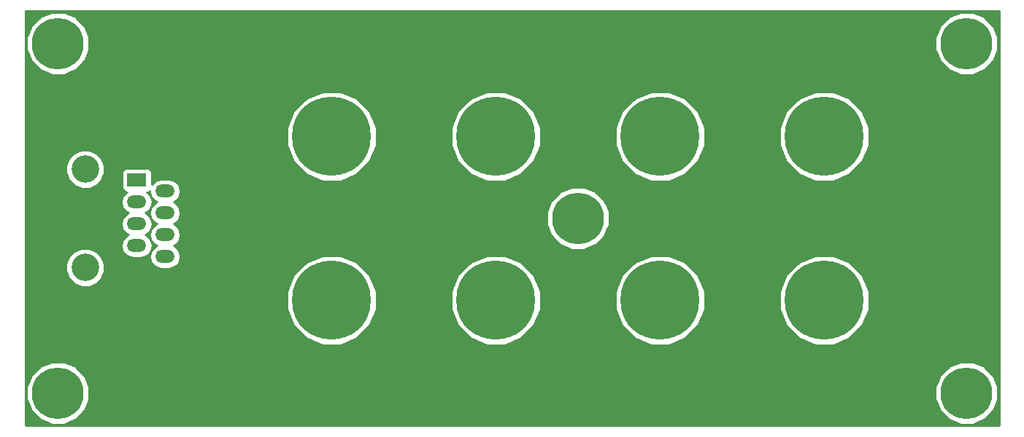
<source format=gbl>
G04 (created by PCBNEW (2013-07-07 BZR 4022)-stable) date 6/30/2014 12:53:30 AM*
%MOIN*%
G04 Gerber Fmt 3.4, Leading zero omitted, Abs format*
%FSLAX34Y34*%
G01*
G70*
G90*
G04 APERTURE LIST*
%ADD10C,0.00590551*%
%ADD11C,0.23622*%
%ADD12C,0.36*%
%ADD13R,0.0885X0.059*%
%ADD14O,0.0885X0.059*%
%ADD15C,0.125984*%
%ADD16C,0.01*%
G04 APERTURE END LIST*
G54D10*
G54D11*
X52250Y-43750D03*
X52250Y-59750D03*
X93750Y-43750D03*
X93750Y-59750D03*
G54D12*
X64750Y-48000D03*
X64750Y-55500D03*
X72250Y-48000D03*
X72250Y-55500D03*
X79750Y-48000D03*
X79750Y-55500D03*
X87250Y-48000D03*
X87250Y-55500D03*
G54D13*
X55852Y-50000D03*
G54D14*
X55852Y-51000D03*
X57147Y-50500D03*
X57147Y-51500D03*
G54D15*
X53500Y-54000D03*
X53500Y-49500D03*
G54D14*
X57147Y-52500D03*
X55852Y-52000D03*
X55852Y-53000D03*
X57147Y-53500D03*
G54D11*
X76000Y-51750D03*
G54D10*
G36*
X95230Y-61230D02*
X95182Y-61230D01*
X95182Y-59472D01*
X95182Y-43472D01*
X95181Y-43469D01*
X95181Y-43466D01*
X95073Y-43206D01*
X94967Y-42945D01*
X94963Y-42940D01*
X94963Y-42940D01*
X94963Y-42940D01*
X94959Y-42933D01*
X94950Y-42927D01*
X94570Y-42546D01*
X94566Y-42540D01*
X94563Y-42539D01*
X94561Y-42537D01*
X94301Y-42429D01*
X94041Y-42320D01*
X94038Y-42320D01*
X94035Y-42319D01*
X93754Y-42318D01*
X93472Y-42317D01*
X93469Y-42318D01*
X93466Y-42318D01*
X93206Y-42426D01*
X92945Y-42532D01*
X92940Y-42536D01*
X92940Y-42536D01*
X92940Y-42536D01*
X92933Y-42540D01*
X92927Y-42549D01*
X92546Y-42929D01*
X92540Y-42933D01*
X92539Y-42936D01*
X92537Y-42938D01*
X92429Y-43198D01*
X92320Y-43458D01*
X92320Y-43461D01*
X92319Y-43464D01*
X92318Y-43745D01*
X92317Y-44027D01*
X92318Y-44030D01*
X92318Y-44033D01*
X92426Y-44293D01*
X92532Y-44554D01*
X92536Y-44559D01*
X92536Y-44559D01*
X92536Y-44559D01*
X92540Y-44566D01*
X92549Y-44572D01*
X92929Y-44953D01*
X92933Y-44959D01*
X92936Y-44960D01*
X92938Y-44962D01*
X93198Y-45070D01*
X93458Y-45179D01*
X93461Y-45179D01*
X93464Y-45180D01*
X93745Y-45181D01*
X94027Y-45182D01*
X94030Y-45181D01*
X94033Y-45181D01*
X94293Y-45073D01*
X94554Y-44967D01*
X94559Y-44963D01*
X94559Y-44963D01*
X94559Y-44963D01*
X94566Y-44959D01*
X94572Y-44950D01*
X94953Y-44570D01*
X94959Y-44566D01*
X94960Y-44563D01*
X94962Y-44561D01*
X95070Y-44301D01*
X95179Y-44041D01*
X95179Y-44038D01*
X95180Y-44035D01*
X95181Y-43754D01*
X95182Y-43472D01*
X95182Y-59472D01*
X95181Y-59469D01*
X95181Y-59466D01*
X95073Y-59206D01*
X94967Y-58945D01*
X94963Y-58940D01*
X94963Y-58940D01*
X94963Y-58940D01*
X94959Y-58933D01*
X94950Y-58927D01*
X94570Y-58546D01*
X94566Y-58540D01*
X94563Y-58539D01*
X94561Y-58537D01*
X94301Y-58429D01*
X94041Y-58320D01*
X94038Y-58320D01*
X94035Y-58319D01*
X93754Y-58318D01*
X93472Y-58317D01*
X93469Y-58318D01*
X93466Y-58318D01*
X93206Y-58426D01*
X92945Y-58532D01*
X92940Y-58536D01*
X92940Y-58536D01*
X92940Y-58536D01*
X92933Y-58540D01*
X92927Y-58549D01*
X92546Y-58929D01*
X92540Y-58933D01*
X92539Y-58936D01*
X92537Y-58938D01*
X92429Y-59198D01*
X92320Y-59458D01*
X92320Y-59461D01*
X92319Y-59464D01*
X92318Y-59745D01*
X92317Y-60027D01*
X92318Y-60030D01*
X92318Y-60033D01*
X92426Y-60293D01*
X92532Y-60554D01*
X92536Y-60559D01*
X92536Y-60559D01*
X92536Y-60559D01*
X92540Y-60566D01*
X92549Y-60572D01*
X92929Y-60953D01*
X92933Y-60959D01*
X92936Y-60960D01*
X92938Y-60962D01*
X93198Y-61070D01*
X93458Y-61179D01*
X93461Y-61179D01*
X93464Y-61180D01*
X93745Y-61181D01*
X94027Y-61182D01*
X94030Y-61181D01*
X94033Y-61181D01*
X94293Y-61073D01*
X94554Y-60967D01*
X94559Y-60963D01*
X94559Y-60963D01*
X94559Y-60963D01*
X94566Y-60959D01*
X94572Y-60950D01*
X94953Y-60570D01*
X94959Y-60566D01*
X94960Y-60563D01*
X94962Y-60561D01*
X95070Y-60301D01*
X95179Y-60041D01*
X95179Y-60038D01*
X95180Y-60035D01*
X95181Y-59754D01*
X95182Y-59472D01*
X95182Y-61230D01*
X89300Y-61230D01*
X89300Y-55094D01*
X89300Y-47594D01*
X88988Y-46840D01*
X88412Y-46263D01*
X87659Y-45950D01*
X86844Y-45949D01*
X86090Y-46261D01*
X85513Y-46837D01*
X85200Y-47590D01*
X85199Y-48405D01*
X85511Y-49159D01*
X86087Y-49736D01*
X86840Y-50049D01*
X87655Y-50050D01*
X88409Y-49738D01*
X88986Y-49162D01*
X89299Y-48409D01*
X89300Y-47594D01*
X89300Y-55094D01*
X88988Y-54340D01*
X88412Y-53763D01*
X87659Y-53450D01*
X86844Y-53449D01*
X86090Y-53761D01*
X85513Y-54337D01*
X85200Y-55090D01*
X85199Y-55905D01*
X85511Y-56659D01*
X86087Y-57236D01*
X86840Y-57549D01*
X87655Y-57550D01*
X88409Y-57238D01*
X88986Y-56662D01*
X89299Y-55909D01*
X89300Y-55094D01*
X89300Y-61230D01*
X81800Y-61230D01*
X81800Y-55094D01*
X81800Y-47594D01*
X81488Y-46840D01*
X80912Y-46263D01*
X80159Y-45950D01*
X79344Y-45949D01*
X78590Y-46261D01*
X78013Y-46837D01*
X77700Y-47590D01*
X77699Y-48405D01*
X78011Y-49159D01*
X78587Y-49736D01*
X79340Y-50049D01*
X80155Y-50050D01*
X80909Y-49738D01*
X81486Y-49162D01*
X81799Y-48409D01*
X81800Y-47594D01*
X81800Y-55094D01*
X81488Y-54340D01*
X80912Y-53763D01*
X80159Y-53450D01*
X79344Y-53449D01*
X78590Y-53761D01*
X78013Y-54337D01*
X77700Y-55090D01*
X77699Y-55905D01*
X78011Y-56659D01*
X78587Y-57236D01*
X79340Y-57549D01*
X80155Y-57550D01*
X80909Y-57238D01*
X81486Y-56662D01*
X81799Y-55909D01*
X81800Y-55094D01*
X81800Y-61230D01*
X77432Y-61230D01*
X77432Y-51472D01*
X77431Y-51469D01*
X77431Y-51466D01*
X77323Y-51206D01*
X77217Y-50945D01*
X77213Y-50940D01*
X77213Y-50940D01*
X77213Y-50940D01*
X77209Y-50933D01*
X77200Y-50927D01*
X76820Y-50546D01*
X76816Y-50540D01*
X76813Y-50539D01*
X76811Y-50537D01*
X76551Y-50429D01*
X76291Y-50320D01*
X76288Y-50320D01*
X76285Y-50319D01*
X76004Y-50318D01*
X75722Y-50317D01*
X75719Y-50318D01*
X75716Y-50318D01*
X75456Y-50426D01*
X75195Y-50532D01*
X75190Y-50536D01*
X75190Y-50536D01*
X75190Y-50536D01*
X75183Y-50540D01*
X75177Y-50549D01*
X74796Y-50929D01*
X74790Y-50933D01*
X74789Y-50936D01*
X74787Y-50938D01*
X74679Y-51198D01*
X74570Y-51458D01*
X74570Y-51461D01*
X74569Y-51464D01*
X74568Y-51745D01*
X74567Y-52027D01*
X74568Y-52030D01*
X74568Y-52033D01*
X74676Y-52293D01*
X74782Y-52554D01*
X74786Y-52559D01*
X74786Y-52559D01*
X74786Y-52559D01*
X74790Y-52566D01*
X74799Y-52572D01*
X75179Y-52953D01*
X75183Y-52959D01*
X75186Y-52960D01*
X75188Y-52962D01*
X75448Y-53070D01*
X75708Y-53179D01*
X75711Y-53179D01*
X75714Y-53180D01*
X75995Y-53181D01*
X76277Y-53182D01*
X76280Y-53181D01*
X76283Y-53181D01*
X76543Y-53073D01*
X76804Y-52967D01*
X76809Y-52963D01*
X76809Y-52963D01*
X76809Y-52963D01*
X76816Y-52959D01*
X76822Y-52950D01*
X77203Y-52570D01*
X77209Y-52566D01*
X77210Y-52563D01*
X77212Y-52561D01*
X77320Y-52301D01*
X77429Y-52041D01*
X77429Y-52038D01*
X77430Y-52035D01*
X77431Y-51754D01*
X77432Y-51472D01*
X77432Y-61230D01*
X74300Y-61230D01*
X74300Y-55094D01*
X74300Y-47594D01*
X73988Y-46840D01*
X73412Y-46263D01*
X72659Y-45950D01*
X71844Y-45949D01*
X71090Y-46261D01*
X70513Y-46837D01*
X70200Y-47590D01*
X70199Y-48405D01*
X70511Y-49159D01*
X71087Y-49736D01*
X71840Y-50049D01*
X72655Y-50050D01*
X73409Y-49738D01*
X73986Y-49162D01*
X74299Y-48409D01*
X74300Y-47594D01*
X74300Y-55094D01*
X73988Y-54340D01*
X73412Y-53763D01*
X72659Y-53450D01*
X71844Y-53449D01*
X71090Y-53761D01*
X70513Y-54337D01*
X70200Y-55090D01*
X70199Y-55905D01*
X70511Y-56659D01*
X71087Y-57236D01*
X71840Y-57549D01*
X72655Y-57550D01*
X73409Y-57238D01*
X73986Y-56662D01*
X74299Y-55909D01*
X74300Y-55094D01*
X74300Y-61230D01*
X66800Y-61230D01*
X66800Y-55094D01*
X66800Y-47594D01*
X66488Y-46840D01*
X65912Y-46263D01*
X65159Y-45950D01*
X64344Y-45949D01*
X63590Y-46261D01*
X63013Y-46837D01*
X62700Y-47590D01*
X62699Y-48405D01*
X63011Y-49159D01*
X63587Y-49736D01*
X64340Y-50049D01*
X65155Y-50050D01*
X65909Y-49738D01*
X66486Y-49162D01*
X66799Y-48409D01*
X66800Y-47594D01*
X66800Y-55094D01*
X66488Y-54340D01*
X65912Y-53763D01*
X65159Y-53450D01*
X64344Y-53449D01*
X63590Y-53761D01*
X63013Y-54337D01*
X62700Y-55090D01*
X62699Y-55905D01*
X63011Y-56659D01*
X63587Y-57236D01*
X64340Y-57549D01*
X65155Y-57550D01*
X65909Y-57238D01*
X66486Y-56662D01*
X66799Y-55909D01*
X66800Y-55094D01*
X66800Y-61230D01*
X57853Y-61230D01*
X57853Y-53500D01*
X57812Y-53291D01*
X57693Y-53114D01*
X57522Y-53000D01*
X57693Y-52885D01*
X57812Y-52708D01*
X57853Y-52500D01*
X57812Y-52291D01*
X57693Y-52114D01*
X57522Y-52000D01*
X57693Y-51885D01*
X57812Y-51708D01*
X57853Y-51500D01*
X57812Y-51291D01*
X57693Y-51114D01*
X57522Y-51000D01*
X57693Y-50885D01*
X57812Y-50708D01*
X57853Y-50500D01*
X57812Y-50291D01*
X57693Y-50114D01*
X57517Y-49996D01*
X57308Y-49955D01*
X56986Y-49955D01*
X56777Y-49996D01*
X56601Y-50114D01*
X56545Y-50198D01*
X56545Y-49655D01*
X56507Y-49563D01*
X56436Y-49493D01*
X56344Y-49455D01*
X56245Y-49454D01*
X55360Y-49454D01*
X55268Y-49492D01*
X55198Y-49563D01*
X55160Y-49655D01*
X55159Y-49754D01*
X55159Y-50344D01*
X55197Y-50436D01*
X55268Y-50506D01*
X55360Y-50544D01*
X55410Y-50545D01*
X55306Y-50614D01*
X55187Y-50791D01*
X55146Y-51000D01*
X55187Y-51208D01*
X55306Y-51385D01*
X55477Y-51500D01*
X55306Y-51614D01*
X55187Y-51791D01*
X55146Y-52000D01*
X55187Y-52208D01*
X55306Y-52385D01*
X55477Y-52500D01*
X55306Y-52614D01*
X55187Y-52791D01*
X55146Y-53000D01*
X55187Y-53208D01*
X55306Y-53385D01*
X55482Y-53503D01*
X55691Y-53545D01*
X56013Y-53545D01*
X56222Y-53503D01*
X56398Y-53385D01*
X56517Y-53208D01*
X56558Y-53000D01*
X56517Y-52791D01*
X56398Y-52614D01*
X56227Y-52500D01*
X56398Y-52385D01*
X56517Y-52208D01*
X56558Y-52000D01*
X56517Y-51791D01*
X56398Y-51614D01*
X56227Y-51500D01*
X56398Y-51385D01*
X56517Y-51208D01*
X56558Y-51000D01*
X56517Y-50791D01*
X56398Y-50614D01*
X56294Y-50545D01*
X56344Y-50545D01*
X56436Y-50507D01*
X56441Y-50501D01*
X56482Y-50708D01*
X56601Y-50885D01*
X56772Y-51000D01*
X56601Y-51114D01*
X56482Y-51291D01*
X56441Y-51500D01*
X56482Y-51708D01*
X56601Y-51885D01*
X56772Y-52000D01*
X56601Y-52114D01*
X56482Y-52291D01*
X56441Y-52500D01*
X56482Y-52708D01*
X56601Y-52885D01*
X56772Y-53000D01*
X56601Y-53114D01*
X56482Y-53291D01*
X56441Y-53500D01*
X56482Y-53708D01*
X56601Y-53885D01*
X56777Y-54003D01*
X56986Y-54045D01*
X57308Y-54045D01*
X57517Y-54003D01*
X57693Y-53885D01*
X57812Y-53708D01*
X57853Y-53500D01*
X57853Y-61230D01*
X54382Y-61230D01*
X54382Y-54160D01*
X54382Y-49660D01*
X54379Y-49493D01*
X54380Y-49325D01*
X54377Y-49318D01*
X54376Y-49310D01*
X54254Y-49013D01*
X54250Y-49012D01*
X54246Y-49002D01*
X53999Y-48754D01*
X53988Y-48749D01*
X53986Y-48745D01*
X53830Y-48684D01*
X53682Y-48623D01*
X53682Y-43472D01*
X53681Y-43469D01*
X53681Y-43466D01*
X53573Y-43206D01*
X53467Y-42945D01*
X53463Y-42940D01*
X53463Y-42940D01*
X53463Y-42940D01*
X53459Y-42933D01*
X53450Y-42927D01*
X53070Y-42546D01*
X53066Y-42540D01*
X53063Y-42539D01*
X53061Y-42537D01*
X52801Y-42429D01*
X52541Y-42320D01*
X52538Y-42320D01*
X52535Y-42319D01*
X52254Y-42318D01*
X51972Y-42317D01*
X51969Y-42318D01*
X51966Y-42318D01*
X51706Y-42426D01*
X51445Y-42532D01*
X51440Y-42536D01*
X51440Y-42536D01*
X51440Y-42536D01*
X51433Y-42540D01*
X51427Y-42549D01*
X51046Y-42929D01*
X51040Y-42933D01*
X51039Y-42936D01*
X51037Y-42938D01*
X50929Y-43198D01*
X50820Y-43458D01*
X50820Y-43461D01*
X50819Y-43464D01*
X50818Y-43745D01*
X50817Y-44027D01*
X50818Y-44030D01*
X50818Y-44033D01*
X50926Y-44293D01*
X51032Y-44554D01*
X51036Y-44559D01*
X51036Y-44559D01*
X51036Y-44559D01*
X51040Y-44566D01*
X51049Y-44572D01*
X51429Y-44953D01*
X51433Y-44959D01*
X51436Y-44960D01*
X51438Y-44962D01*
X51698Y-45070D01*
X51958Y-45179D01*
X51961Y-45179D01*
X51964Y-45180D01*
X52245Y-45181D01*
X52527Y-45182D01*
X52530Y-45181D01*
X52533Y-45181D01*
X52793Y-45073D01*
X53054Y-44967D01*
X53059Y-44963D01*
X53059Y-44963D01*
X53059Y-44963D01*
X53066Y-44959D01*
X53072Y-44950D01*
X53453Y-44570D01*
X53459Y-44566D01*
X53460Y-44563D01*
X53462Y-44561D01*
X53570Y-44301D01*
X53679Y-44041D01*
X53679Y-44038D01*
X53680Y-44035D01*
X53681Y-43754D01*
X53682Y-43472D01*
X53682Y-48623D01*
X53675Y-48620D01*
X53667Y-48620D01*
X53660Y-48617D01*
X53493Y-48620D01*
X53325Y-48619D01*
X53318Y-48622D01*
X53310Y-48623D01*
X53013Y-48745D01*
X53012Y-48749D01*
X53002Y-48753D01*
X52754Y-49000D01*
X52749Y-49011D01*
X52745Y-49013D01*
X52684Y-49169D01*
X52620Y-49324D01*
X52620Y-49332D01*
X52617Y-49339D01*
X52620Y-49506D01*
X52619Y-49674D01*
X52622Y-49681D01*
X52623Y-49689D01*
X52745Y-49986D01*
X52749Y-49987D01*
X52753Y-49997D01*
X53000Y-50245D01*
X53011Y-50250D01*
X53013Y-50254D01*
X53169Y-50315D01*
X53324Y-50379D01*
X53332Y-50379D01*
X53339Y-50382D01*
X53506Y-50379D01*
X53674Y-50380D01*
X53681Y-50377D01*
X53689Y-50376D01*
X53986Y-50254D01*
X53987Y-50250D01*
X53997Y-50246D01*
X54245Y-49999D01*
X54250Y-49988D01*
X54254Y-49986D01*
X54315Y-49830D01*
X54379Y-49675D01*
X54379Y-49667D01*
X54382Y-49660D01*
X54382Y-54160D01*
X54379Y-53993D01*
X54380Y-53825D01*
X54377Y-53818D01*
X54376Y-53810D01*
X54254Y-53513D01*
X54250Y-53512D01*
X54246Y-53502D01*
X53999Y-53254D01*
X53988Y-53249D01*
X53986Y-53245D01*
X53830Y-53184D01*
X53675Y-53120D01*
X53667Y-53120D01*
X53660Y-53117D01*
X53493Y-53120D01*
X53325Y-53119D01*
X53318Y-53122D01*
X53310Y-53123D01*
X53013Y-53245D01*
X53012Y-53249D01*
X53002Y-53253D01*
X52754Y-53500D01*
X52749Y-53511D01*
X52745Y-53513D01*
X52684Y-53669D01*
X52620Y-53824D01*
X52620Y-53832D01*
X52617Y-53839D01*
X52620Y-54006D01*
X52619Y-54174D01*
X52622Y-54181D01*
X52623Y-54189D01*
X52745Y-54486D01*
X52749Y-54487D01*
X52753Y-54497D01*
X53000Y-54745D01*
X53011Y-54750D01*
X53013Y-54754D01*
X53169Y-54815D01*
X53324Y-54879D01*
X53332Y-54879D01*
X53339Y-54882D01*
X53506Y-54879D01*
X53674Y-54880D01*
X53681Y-54877D01*
X53689Y-54876D01*
X53986Y-54754D01*
X53987Y-54750D01*
X53997Y-54746D01*
X54245Y-54499D01*
X54250Y-54488D01*
X54254Y-54486D01*
X54315Y-54330D01*
X54379Y-54175D01*
X54379Y-54167D01*
X54382Y-54160D01*
X54382Y-61230D01*
X53682Y-61230D01*
X53682Y-59472D01*
X53681Y-59469D01*
X53681Y-59466D01*
X53573Y-59206D01*
X53467Y-58945D01*
X53463Y-58940D01*
X53463Y-58940D01*
X53463Y-58940D01*
X53459Y-58933D01*
X53450Y-58927D01*
X53070Y-58546D01*
X53066Y-58540D01*
X53063Y-58539D01*
X53061Y-58537D01*
X52801Y-58429D01*
X52541Y-58320D01*
X52538Y-58320D01*
X52535Y-58319D01*
X52254Y-58318D01*
X51972Y-58317D01*
X51969Y-58318D01*
X51966Y-58318D01*
X51706Y-58426D01*
X51445Y-58532D01*
X51440Y-58536D01*
X51440Y-58536D01*
X51440Y-58536D01*
X51433Y-58540D01*
X51427Y-58549D01*
X51046Y-58929D01*
X51040Y-58933D01*
X51039Y-58936D01*
X51037Y-58938D01*
X50929Y-59198D01*
X50820Y-59458D01*
X50820Y-59461D01*
X50819Y-59464D01*
X50818Y-59745D01*
X50817Y-60027D01*
X50818Y-60030D01*
X50818Y-60033D01*
X50926Y-60293D01*
X51032Y-60554D01*
X51036Y-60559D01*
X51036Y-60559D01*
X51036Y-60559D01*
X51040Y-60566D01*
X51049Y-60572D01*
X51429Y-60953D01*
X51433Y-60959D01*
X51436Y-60960D01*
X51438Y-60962D01*
X51698Y-61070D01*
X51958Y-61179D01*
X51961Y-61179D01*
X51964Y-61180D01*
X52245Y-61181D01*
X52527Y-61182D01*
X52530Y-61181D01*
X52533Y-61181D01*
X52793Y-61073D01*
X53054Y-60967D01*
X53059Y-60963D01*
X53059Y-60963D01*
X53059Y-60963D01*
X53066Y-60959D01*
X53072Y-60950D01*
X53453Y-60570D01*
X53459Y-60566D01*
X53460Y-60563D01*
X53462Y-60561D01*
X53570Y-60301D01*
X53679Y-60041D01*
X53679Y-60038D01*
X53680Y-60035D01*
X53681Y-59754D01*
X53682Y-59472D01*
X53682Y-61230D01*
X50769Y-61230D01*
X50769Y-42269D01*
X95230Y-42269D01*
X95230Y-61230D01*
X95230Y-61230D01*
G37*
G54D16*
X95230Y-61230D02*
X95182Y-61230D01*
X95182Y-59472D01*
X95182Y-43472D01*
X95181Y-43469D01*
X95181Y-43466D01*
X95073Y-43206D01*
X94967Y-42945D01*
X94963Y-42940D01*
X94963Y-42940D01*
X94963Y-42940D01*
X94959Y-42933D01*
X94950Y-42927D01*
X94570Y-42546D01*
X94566Y-42540D01*
X94563Y-42539D01*
X94561Y-42537D01*
X94301Y-42429D01*
X94041Y-42320D01*
X94038Y-42320D01*
X94035Y-42319D01*
X93754Y-42318D01*
X93472Y-42317D01*
X93469Y-42318D01*
X93466Y-42318D01*
X93206Y-42426D01*
X92945Y-42532D01*
X92940Y-42536D01*
X92940Y-42536D01*
X92940Y-42536D01*
X92933Y-42540D01*
X92927Y-42549D01*
X92546Y-42929D01*
X92540Y-42933D01*
X92539Y-42936D01*
X92537Y-42938D01*
X92429Y-43198D01*
X92320Y-43458D01*
X92320Y-43461D01*
X92319Y-43464D01*
X92318Y-43745D01*
X92317Y-44027D01*
X92318Y-44030D01*
X92318Y-44033D01*
X92426Y-44293D01*
X92532Y-44554D01*
X92536Y-44559D01*
X92536Y-44559D01*
X92536Y-44559D01*
X92540Y-44566D01*
X92549Y-44572D01*
X92929Y-44953D01*
X92933Y-44959D01*
X92936Y-44960D01*
X92938Y-44962D01*
X93198Y-45070D01*
X93458Y-45179D01*
X93461Y-45179D01*
X93464Y-45180D01*
X93745Y-45181D01*
X94027Y-45182D01*
X94030Y-45181D01*
X94033Y-45181D01*
X94293Y-45073D01*
X94554Y-44967D01*
X94559Y-44963D01*
X94559Y-44963D01*
X94559Y-44963D01*
X94566Y-44959D01*
X94572Y-44950D01*
X94953Y-44570D01*
X94959Y-44566D01*
X94960Y-44563D01*
X94962Y-44561D01*
X95070Y-44301D01*
X95179Y-44041D01*
X95179Y-44038D01*
X95180Y-44035D01*
X95181Y-43754D01*
X95182Y-43472D01*
X95182Y-59472D01*
X95181Y-59469D01*
X95181Y-59466D01*
X95073Y-59206D01*
X94967Y-58945D01*
X94963Y-58940D01*
X94963Y-58940D01*
X94963Y-58940D01*
X94959Y-58933D01*
X94950Y-58927D01*
X94570Y-58546D01*
X94566Y-58540D01*
X94563Y-58539D01*
X94561Y-58537D01*
X94301Y-58429D01*
X94041Y-58320D01*
X94038Y-58320D01*
X94035Y-58319D01*
X93754Y-58318D01*
X93472Y-58317D01*
X93469Y-58318D01*
X93466Y-58318D01*
X93206Y-58426D01*
X92945Y-58532D01*
X92940Y-58536D01*
X92940Y-58536D01*
X92940Y-58536D01*
X92933Y-58540D01*
X92927Y-58549D01*
X92546Y-58929D01*
X92540Y-58933D01*
X92539Y-58936D01*
X92537Y-58938D01*
X92429Y-59198D01*
X92320Y-59458D01*
X92320Y-59461D01*
X92319Y-59464D01*
X92318Y-59745D01*
X92317Y-60027D01*
X92318Y-60030D01*
X92318Y-60033D01*
X92426Y-60293D01*
X92532Y-60554D01*
X92536Y-60559D01*
X92536Y-60559D01*
X92536Y-60559D01*
X92540Y-60566D01*
X92549Y-60572D01*
X92929Y-60953D01*
X92933Y-60959D01*
X92936Y-60960D01*
X92938Y-60962D01*
X93198Y-61070D01*
X93458Y-61179D01*
X93461Y-61179D01*
X93464Y-61180D01*
X93745Y-61181D01*
X94027Y-61182D01*
X94030Y-61181D01*
X94033Y-61181D01*
X94293Y-61073D01*
X94554Y-60967D01*
X94559Y-60963D01*
X94559Y-60963D01*
X94559Y-60963D01*
X94566Y-60959D01*
X94572Y-60950D01*
X94953Y-60570D01*
X94959Y-60566D01*
X94960Y-60563D01*
X94962Y-60561D01*
X95070Y-60301D01*
X95179Y-60041D01*
X95179Y-60038D01*
X95180Y-60035D01*
X95181Y-59754D01*
X95182Y-59472D01*
X95182Y-61230D01*
X89300Y-61230D01*
X89300Y-55094D01*
X89300Y-47594D01*
X88988Y-46840D01*
X88412Y-46263D01*
X87659Y-45950D01*
X86844Y-45949D01*
X86090Y-46261D01*
X85513Y-46837D01*
X85200Y-47590D01*
X85199Y-48405D01*
X85511Y-49159D01*
X86087Y-49736D01*
X86840Y-50049D01*
X87655Y-50050D01*
X88409Y-49738D01*
X88986Y-49162D01*
X89299Y-48409D01*
X89300Y-47594D01*
X89300Y-55094D01*
X88988Y-54340D01*
X88412Y-53763D01*
X87659Y-53450D01*
X86844Y-53449D01*
X86090Y-53761D01*
X85513Y-54337D01*
X85200Y-55090D01*
X85199Y-55905D01*
X85511Y-56659D01*
X86087Y-57236D01*
X86840Y-57549D01*
X87655Y-57550D01*
X88409Y-57238D01*
X88986Y-56662D01*
X89299Y-55909D01*
X89300Y-55094D01*
X89300Y-61230D01*
X81800Y-61230D01*
X81800Y-55094D01*
X81800Y-47594D01*
X81488Y-46840D01*
X80912Y-46263D01*
X80159Y-45950D01*
X79344Y-45949D01*
X78590Y-46261D01*
X78013Y-46837D01*
X77700Y-47590D01*
X77699Y-48405D01*
X78011Y-49159D01*
X78587Y-49736D01*
X79340Y-50049D01*
X80155Y-50050D01*
X80909Y-49738D01*
X81486Y-49162D01*
X81799Y-48409D01*
X81800Y-47594D01*
X81800Y-55094D01*
X81488Y-54340D01*
X80912Y-53763D01*
X80159Y-53450D01*
X79344Y-53449D01*
X78590Y-53761D01*
X78013Y-54337D01*
X77700Y-55090D01*
X77699Y-55905D01*
X78011Y-56659D01*
X78587Y-57236D01*
X79340Y-57549D01*
X80155Y-57550D01*
X80909Y-57238D01*
X81486Y-56662D01*
X81799Y-55909D01*
X81800Y-55094D01*
X81800Y-61230D01*
X77432Y-61230D01*
X77432Y-51472D01*
X77431Y-51469D01*
X77431Y-51466D01*
X77323Y-51206D01*
X77217Y-50945D01*
X77213Y-50940D01*
X77213Y-50940D01*
X77213Y-50940D01*
X77209Y-50933D01*
X77200Y-50927D01*
X76820Y-50546D01*
X76816Y-50540D01*
X76813Y-50539D01*
X76811Y-50537D01*
X76551Y-50429D01*
X76291Y-50320D01*
X76288Y-50320D01*
X76285Y-50319D01*
X76004Y-50318D01*
X75722Y-50317D01*
X75719Y-50318D01*
X75716Y-50318D01*
X75456Y-50426D01*
X75195Y-50532D01*
X75190Y-50536D01*
X75190Y-50536D01*
X75190Y-50536D01*
X75183Y-50540D01*
X75177Y-50549D01*
X74796Y-50929D01*
X74790Y-50933D01*
X74789Y-50936D01*
X74787Y-50938D01*
X74679Y-51198D01*
X74570Y-51458D01*
X74570Y-51461D01*
X74569Y-51464D01*
X74568Y-51745D01*
X74567Y-52027D01*
X74568Y-52030D01*
X74568Y-52033D01*
X74676Y-52293D01*
X74782Y-52554D01*
X74786Y-52559D01*
X74786Y-52559D01*
X74786Y-52559D01*
X74790Y-52566D01*
X74799Y-52572D01*
X75179Y-52953D01*
X75183Y-52959D01*
X75186Y-52960D01*
X75188Y-52962D01*
X75448Y-53070D01*
X75708Y-53179D01*
X75711Y-53179D01*
X75714Y-53180D01*
X75995Y-53181D01*
X76277Y-53182D01*
X76280Y-53181D01*
X76283Y-53181D01*
X76543Y-53073D01*
X76804Y-52967D01*
X76809Y-52963D01*
X76809Y-52963D01*
X76809Y-52963D01*
X76816Y-52959D01*
X76822Y-52950D01*
X77203Y-52570D01*
X77209Y-52566D01*
X77210Y-52563D01*
X77212Y-52561D01*
X77320Y-52301D01*
X77429Y-52041D01*
X77429Y-52038D01*
X77430Y-52035D01*
X77431Y-51754D01*
X77432Y-51472D01*
X77432Y-61230D01*
X74300Y-61230D01*
X74300Y-55094D01*
X74300Y-47594D01*
X73988Y-46840D01*
X73412Y-46263D01*
X72659Y-45950D01*
X71844Y-45949D01*
X71090Y-46261D01*
X70513Y-46837D01*
X70200Y-47590D01*
X70199Y-48405D01*
X70511Y-49159D01*
X71087Y-49736D01*
X71840Y-50049D01*
X72655Y-50050D01*
X73409Y-49738D01*
X73986Y-49162D01*
X74299Y-48409D01*
X74300Y-47594D01*
X74300Y-55094D01*
X73988Y-54340D01*
X73412Y-53763D01*
X72659Y-53450D01*
X71844Y-53449D01*
X71090Y-53761D01*
X70513Y-54337D01*
X70200Y-55090D01*
X70199Y-55905D01*
X70511Y-56659D01*
X71087Y-57236D01*
X71840Y-57549D01*
X72655Y-57550D01*
X73409Y-57238D01*
X73986Y-56662D01*
X74299Y-55909D01*
X74300Y-55094D01*
X74300Y-61230D01*
X66800Y-61230D01*
X66800Y-55094D01*
X66800Y-47594D01*
X66488Y-46840D01*
X65912Y-46263D01*
X65159Y-45950D01*
X64344Y-45949D01*
X63590Y-46261D01*
X63013Y-46837D01*
X62700Y-47590D01*
X62699Y-48405D01*
X63011Y-49159D01*
X63587Y-49736D01*
X64340Y-50049D01*
X65155Y-50050D01*
X65909Y-49738D01*
X66486Y-49162D01*
X66799Y-48409D01*
X66800Y-47594D01*
X66800Y-55094D01*
X66488Y-54340D01*
X65912Y-53763D01*
X65159Y-53450D01*
X64344Y-53449D01*
X63590Y-53761D01*
X63013Y-54337D01*
X62700Y-55090D01*
X62699Y-55905D01*
X63011Y-56659D01*
X63587Y-57236D01*
X64340Y-57549D01*
X65155Y-57550D01*
X65909Y-57238D01*
X66486Y-56662D01*
X66799Y-55909D01*
X66800Y-55094D01*
X66800Y-61230D01*
X57853Y-61230D01*
X57853Y-53500D01*
X57812Y-53291D01*
X57693Y-53114D01*
X57522Y-53000D01*
X57693Y-52885D01*
X57812Y-52708D01*
X57853Y-52500D01*
X57812Y-52291D01*
X57693Y-52114D01*
X57522Y-52000D01*
X57693Y-51885D01*
X57812Y-51708D01*
X57853Y-51500D01*
X57812Y-51291D01*
X57693Y-51114D01*
X57522Y-51000D01*
X57693Y-50885D01*
X57812Y-50708D01*
X57853Y-50500D01*
X57812Y-50291D01*
X57693Y-50114D01*
X57517Y-49996D01*
X57308Y-49955D01*
X56986Y-49955D01*
X56777Y-49996D01*
X56601Y-50114D01*
X56545Y-50198D01*
X56545Y-49655D01*
X56507Y-49563D01*
X56436Y-49493D01*
X56344Y-49455D01*
X56245Y-49454D01*
X55360Y-49454D01*
X55268Y-49492D01*
X55198Y-49563D01*
X55160Y-49655D01*
X55159Y-49754D01*
X55159Y-50344D01*
X55197Y-50436D01*
X55268Y-50506D01*
X55360Y-50544D01*
X55410Y-50545D01*
X55306Y-50614D01*
X55187Y-50791D01*
X55146Y-51000D01*
X55187Y-51208D01*
X55306Y-51385D01*
X55477Y-51500D01*
X55306Y-51614D01*
X55187Y-51791D01*
X55146Y-52000D01*
X55187Y-52208D01*
X55306Y-52385D01*
X55477Y-52500D01*
X55306Y-52614D01*
X55187Y-52791D01*
X55146Y-53000D01*
X55187Y-53208D01*
X55306Y-53385D01*
X55482Y-53503D01*
X55691Y-53545D01*
X56013Y-53545D01*
X56222Y-53503D01*
X56398Y-53385D01*
X56517Y-53208D01*
X56558Y-53000D01*
X56517Y-52791D01*
X56398Y-52614D01*
X56227Y-52500D01*
X56398Y-52385D01*
X56517Y-52208D01*
X56558Y-52000D01*
X56517Y-51791D01*
X56398Y-51614D01*
X56227Y-51500D01*
X56398Y-51385D01*
X56517Y-51208D01*
X56558Y-51000D01*
X56517Y-50791D01*
X56398Y-50614D01*
X56294Y-50545D01*
X56344Y-50545D01*
X56436Y-50507D01*
X56441Y-50501D01*
X56482Y-50708D01*
X56601Y-50885D01*
X56772Y-51000D01*
X56601Y-51114D01*
X56482Y-51291D01*
X56441Y-51500D01*
X56482Y-51708D01*
X56601Y-51885D01*
X56772Y-52000D01*
X56601Y-52114D01*
X56482Y-52291D01*
X56441Y-52500D01*
X56482Y-52708D01*
X56601Y-52885D01*
X56772Y-53000D01*
X56601Y-53114D01*
X56482Y-53291D01*
X56441Y-53500D01*
X56482Y-53708D01*
X56601Y-53885D01*
X56777Y-54003D01*
X56986Y-54045D01*
X57308Y-54045D01*
X57517Y-54003D01*
X57693Y-53885D01*
X57812Y-53708D01*
X57853Y-53500D01*
X57853Y-61230D01*
X54382Y-61230D01*
X54382Y-54160D01*
X54382Y-49660D01*
X54379Y-49493D01*
X54380Y-49325D01*
X54377Y-49318D01*
X54376Y-49310D01*
X54254Y-49013D01*
X54250Y-49012D01*
X54246Y-49002D01*
X53999Y-48754D01*
X53988Y-48749D01*
X53986Y-48745D01*
X53830Y-48684D01*
X53682Y-48623D01*
X53682Y-43472D01*
X53681Y-43469D01*
X53681Y-43466D01*
X53573Y-43206D01*
X53467Y-42945D01*
X53463Y-42940D01*
X53463Y-42940D01*
X53463Y-42940D01*
X53459Y-42933D01*
X53450Y-42927D01*
X53070Y-42546D01*
X53066Y-42540D01*
X53063Y-42539D01*
X53061Y-42537D01*
X52801Y-42429D01*
X52541Y-42320D01*
X52538Y-42320D01*
X52535Y-42319D01*
X52254Y-42318D01*
X51972Y-42317D01*
X51969Y-42318D01*
X51966Y-42318D01*
X51706Y-42426D01*
X51445Y-42532D01*
X51440Y-42536D01*
X51440Y-42536D01*
X51440Y-42536D01*
X51433Y-42540D01*
X51427Y-42549D01*
X51046Y-42929D01*
X51040Y-42933D01*
X51039Y-42936D01*
X51037Y-42938D01*
X50929Y-43198D01*
X50820Y-43458D01*
X50820Y-43461D01*
X50819Y-43464D01*
X50818Y-43745D01*
X50817Y-44027D01*
X50818Y-44030D01*
X50818Y-44033D01*
X50926Y-44293D01*
X51032Y-44554D01*
X51036Y-44559D01*
X51036Y-44559D01*
X51036Y-44559D01*
X51040Y-44566D01*
X51049Y-44572D01*
X51429Y-44953D01*
X51433Y-44959D01*
X51436Y-44960D01*
X51438Y-44962D01*
X51698Y-45070D01*
X51958Y-45179D01*
X51961Y-45179D01*
X51964Y-45180D01*
X52245Y-45181D01*
X52527Y-45182D01*
X52530Y-45181D01*
X52533Y-45181D01*
X52793Y-45073D01*
X53054Y-44967D01*
X53059Y-44963D01*
X53059Y-44963D01*
X53059Y-44963D01*
X53066Y-44959D01*
X53072Y-44950D01*
X53453Y-44570D01*
X53459Y-44566D01*
X53460Y-44563D01*
X53462Y-44561D01*
X53570Y-44301D01*
X53679Y-44041D01*
X53679Y-44038D01*
X53680Y-44035D01*
X53681Y-43754D01*
X53682Y-43472D01*
X53682Y-48623D01*
X53675Y-48620D01*
X53667Y-48620D01*
X53660Y-48617D01*
X53493Y-48620D01*
X53325Y-48619D01*
X53318Y-48622D01*
X53310Y-48623D01*
X53013Y-48745D01*
X53012Y-48749D01*
X53002Y-48753D01*
X52754Y-49000D01*
X52749Y-49011D01*
X52745Y-49013D01*
X52684Y-49169D01*
X52620Y-49324D01*
X52620Y-49332D01*
X52617Y-49339D01*
X52620Y-49506D01*
X52619Y-49674D01*
X52622Y-49681D01*
X52623Y-49689D01*
X52745Y-49986D01*
X52749Y-49987D01*
X52753Y-49997D01*
X53000Y-50245D01*
X53011Y-50250D01*
X53013Y-50254D01*
X53169Y-50315D01*
X53324Y-50379D01*
X53332Y-50379D01*
X53339Y-50382D01*
X53506Y-50379D01*
X53674Y-50380D01*
X53681Y-50377D01*
X53689Y-50376D01*
X53986Y-50254D01*
X53987Y-50250D01*
X53997Y-50246D01*
X54245Y-49999D01*
X54250Y-49988D01*
X54254Y-49986D01*
X54315Y-49830D01*
X54379Y-49675D01*
X54379Y-49667D01*
X54382Y-49660D01*
X54382Y-54160D01*
X54379Y-53993D01*
X54380Y-53825D01*
X54377Y-53818D01*
X54376Y-53810D01*
X54254Y-53513D01*
X54250Y-53512D01*
X54246Y-53502D01*
X53999Y-53254D01*
X53988Y-53249D01*
X53986Y-53245D01*
X53830Y-53184D01*
X53675Y-53120D01*
X53667Y-53120D01*
X53660Y-53117D01*
X53493Y-53120D01*
X53325Y-53119D01*
X53318Y-53122D01*
X53310Y-53123D01*
X53013Y-53245D01*
X53012Y-53249D01*
X53002Y-53253D01*
X52754Y-53500D01*
X52749Y-53511D01*
X52745Y-53513D01*
X52684Y-53669D01*
X52620Y-53824D01*
X52620Y-53832D01*
X52617Y-53839D01*
X52620Y-54006D01*
X52619Y-54174D01*
X52622Y-54181D01*
X52623Y-54189D01*
X52745Y-54486D01*
X52749Y-54487D01*
X52753Y-54497D01*
X53000Y-54745D01*
X53011Y-54750D01*
X53013Y-54754D01*
X53169Y-54815D01*
X53324Y-54879D01*
X53332Y-54879D01*
X53339Y-54882D01*
X53506Y-54879D01*
X53674Y-54880D01*
X53681Y-54877D01*
X53689Y-54876D01*
X53986Y-54754D01*
X53987Y-54750D01*
X53997Y-54746D01*
X54245Y-54499D01*
X54250Y-54488D01*
X54254Y-54486D01*
X54315Y-54330D01*
X54379Y-54175D01*
X54379Y-54167D01*
X54382Y-54160D01*
X54382Y-61230D01*
X53682Y-61230D01*
X53682Y-59472D01*
X53681Y-59469D01*
X53681Y-59466D01*
X53573Y-59206D01*
X53467Y-58945D01*
X53463Y-58940D01*
X53463Y-58940D01*
X53463Y-58940D01*
X53459Y-58933D01*
X53450Y-58927D01*
X53070Y-58546D01*
X53066Y-58540D01*
X53063Y-58539D01*
X53061Y-58537D01*
X52801Y-58429D01*
X52541Y-58320D01*
X52538Y-58320D01*
X52535Y-58319D01*
X52254Y-58318D01*
X51972Y-58317D01*
X51969Y-58318D01*
X51966Y-58318D01*
X51706Y-58426D01*
X51445Y-58532D01*
X51440Y-58536D01*
X51440Y-58536D01*
X51440Y-58536D01*
X51433Y-58540D01*
X51427Y-58549D01*
X51046Y-58929D01*
X51040Y-58933D01*
X51039Y-58936D01*
X51037Y-58938D01*
X50929Y-59198D01*
X50820Y-59458D01*
X50820Y-59461D01*
X50819Y-59464D01*
X50818Y-59745D01*
X50817Y-60027D01*
X50818Y-60030D01*
X50818Y-60033D01*
X50926Y-60293D01*
X51032Y-60554D01*
X51036Y-60559D01*
X51036Y-60559D01*
X51036Y-60559D01*
X51040Y-60566D01*
X51049Y-60572D01*
X51429Y-60953D01*
X51433Y-60959D01*
X51436Y-60960D01*
X51438Y-60962D01*
X51698Y-61070D01*
X51958Y-61179D01*
X51961Y-61179D01*
X51964Y-61180D01*
X52245Y-61181D01*
X52527Y-61182D01*
X52530Y-61181D01*
X52533Y-61181D01*
X52793Y-61073D01*
X53054Y-60967D01*
X53059Y-60963D01*
X53059Y-60963D01*
X53059Y-60963D01*
X53066Y-60959D01*
X53072Y-60950D01*
X53453Y-60570D01*
X53459Y-60566D01*
X53460Y-60563D01*
X53462Y-60561D01*
X53570Y-60301D01*
X53679Y-60041D01*
X53679Y-60038D01*
X53680Y-60035D01*
X53681Y-59754D01*
X53682Y-59472D01*
X53682Y-61230D01*
X50769Y-61230D01*
X50769Y-42269D01*
X95230Y-42269D01*
X95230Y-61230D01*
M02*

</source>
